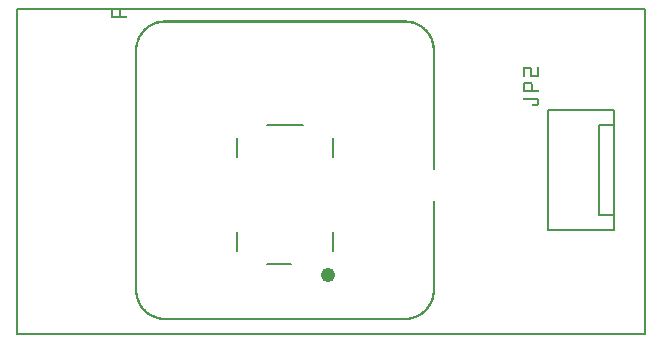
<source format=gto>
G04 MADE WITH FRITZING*
G04 WWW.FRITZING.ORG*
G04 DOUBLE SIDED*
G04 HOLES PLATED*
G04 CONTOUR ON CENTER OF CONTOUR VECTOR*
%ASAXBY*%
%FSLAX23Y23*%
%MOIN*%
%OFA0B0*%
%SFA1.0B1.0*%
%ADD10C,0.047622X-0.000378*%
%ADD11R,2.100290X1.089860X2.084290X1.073860*%
%ADD12C,0.008000*%
%ADD13C,0.005000*%
%ADD14R,0.001000X0.001000*%
%LNSILK1*%
G90*
G70*
G54D10*
X1040Y200D03*
G54D12*
X4Y1086D02*
X2096Y1086D01*
X2096Y4D01*
X4Y4D01*
X4Y1086D01*
D02*
G54D13*
X1059Y279D02*
X1059Y342D01*
D02*
X737Y279D02*
X737Y342D01*
D02*
X918Y235D02*
X839Y235D01*
D02*
X839Y700D02*
X957Y700D01*
D02*
X737Y594D02*
X737Y657D01*
D02*
X1059Y594D02*
X1059Y657D01*
D02*
X1773Y348D02*
X1993Y348D01*
D02*
X1773Y748D02*
X1993Y748D01*
D02*
X1773Y748D02*
X1773Y348D01*
D02*
X1993Y748D02*
X1993Y698D01*
D02*
X1993Y698D02*
X1993Y398D01*
D02*
X1993Y398D02*
X1993Y348D01*
D02*
X1993Y398D02*
X1943Y398D01*
D02*
X1943Y398D02*
X1943Y698D01*
D02*
X1943Y698D02*
X1993Y698D01*
G54D14*
X325Y1090D02*
X344Y1090D01*
X323Y1089D02*
X346Y1089D01*
X322Y1088D02*
X347Y1088D01*
X321Y1087D02*
X348Y1087D01*
X320Y1086D02*
X349Y1086D01*
X319Y1085D02*
X349Y1085D01*
X319Y1084D02*
X350Y1084D01*
X319Y1083D02*
X326Y1083D01*
X343Y1083D02*
X350Y1083D01*
X318Y1082D02*
X325Y1082D01*
X344Y1082D02*
X350Y1082D01*
X318Y1081D02*
X324Y1081D01*
X344Y1081D02*
X351Y1081D01*
X318Y1080D02*
X324Y1080D01*
X345Y1080D02*
X351Y1080D01*
X318Y1079D02*
X324Y1079D01*
X345Y1079D02*
X351Y1079D01*
X318Y1078D02*
X324Y1078D01*
X345Y1078D02*
X351Y1078D01*
X318Y1077D02*
X324Y1077D01*
X345Y1077D02*
X351Y1077D01*
X318Y1076D02*
X324Y1076D01*
X345Y1076D02*
X351Y1076D01*
X318Y1075D02*
X324Y1075D01*
X345Y1075D02*
X351Y1075D01*
X318Y1074D02*
X324Y1074D01*
X345Y1074D02*
X351Y1074D01*
X318Y1073D02*
X324Y1073D01*
X345Y1073D02*
X351Y1073D01*
X318Y1072D02*
X324Y1072D01*
X345Y1072D02*
X351Y1072D01*
X318Y1071D02*
X324Y1071D01*
X345Y1071D02*
X351Y1071D01*
X318Y1070D02*
X324Y1070D01*
X345Y1070D02*
X351Y1070D01*
X318Y1069D02*
X324Y1069D01*
X345Y1069D02*
X351Y1069D01*
X318Y1068D02*
X324Y1068D01*
X345Y1068D02*
X351Y1068D01*
X318Y1067D02*
X324Y1067D01*
X345Y1067D02*
X351Y1067D01*
X318Y1066D02*
X324Y1066D01*
X345Y1066D02*
X351Y1066D01*
X318Y1065D02*
X324Y1065D01*
X345Y1065D02*
X351Y1065D01*
X318Y1064D02*
X324Y1064D01*
X345Y1064D02*
X351Y1064D01*
X318Y1063D02*
X368Y1063D01*
X318Y1062D02*
X370Y1062D01*
X318Y1061D02*
X371Y1061D01*
X318Y1060D02*
X371Y1060D01*
X318Y1059D02*
X371Y1059D01*
X318Y1058D02*
X371Y1058D01*
X318Y1057D02*
X370Y1057D01*
X491Y1048D02*
X1304Y1048D01*
X482Y1047D02*
X1312Y1047D01*
X477Y1046D02*
X1318Y1046D01*
X473Y1045D02*
X1322Y1045D01*
X469Y1044D02*
X1326Y1044D01*
X466Y1043D02*
X1329Y1043D01*
X463Y1042D02*
X1331Y1042D01*
X461Y1041D02*
X1334Y1041D01*
X458Y1040D02*
X490Y1040D01*
X1305Y1040D02*
X1336Y1040D01*
X456Y1039D02*
X481Y1039D01*
X1313Y1039D02*
X1339Y1039D01*
X454Y1038D02*
X476Y1038D01*
X1319Y1038D02*
X1341Y1038D01*
X452Y1037D02*
X472Y1037D01*
X1323Y1037D02*
X1343Y1037D01*
X450Y1036D02*
X469Y1036D01*
X1326Y1036D02*
X1345Y1036D01*
X448Y1035D02*
X466Y1035D01*
X1329Y1035D02*
X1347Y1035D01*
X447Y1034D02*
X463Y1034D01*
X1332Y1034D02*
X1348Y1034D01*
X445Y1033D02*
X461Y1033D01*
X1334Y1033D02*
X1350Y1033D01*
X443Y1032D02*
X459Y1032D01*
X1336Y1032D02*
X1352Y1032D01*
X442Y1031D02*
X457Y1031D01*
X1338Y1031D02*
X1353Y1031D01*
X440Y1030D02*
X454Y1030D01*
X1340Y1030D02*
X1354Y1030D01*
X439Y1029D02*
X453Y1029D01*
X1342Y1029D02*
X1356Y1029D01*
X438Y1028D02*
X451Y1028D01*
X1344Y1028D02*
X1357Y1028D01*
X436Y1027D02*
X449Y1027D01*
X1345Y1027D02*
X1358Y1027D01*
X435Y1026D02*
X448Y1026D01*
X1347Y1026D02*
X1360Y1026D01*
X434Y1025D02*
X446Y1025D01*
X1349Y1025D02*
X1361Y1025D01*
X433Y1024D02*
X445Y1024D01*
X1350Y1024D02*
X1362Y1024D01*
X431Y1023D02*
X443Y1023D01*
X1351Y1023D02*
X1363Y1023D01*
X430Y1022D02*
X442Y1022D01*
X1353Y1022D02*
X1364Y1022D01*
X429Y1021D02*
X441Y1021D01*
X1354Y1021D02*
X1365Y1021D01*
X428Y1020D02*
X439Y1020D01*
X1356Y1020D02*
X1367Y1020D01*
X427Y1019D02*
X438Y1019D01*
X1357Y1019D02*
X1368Y1019D01*
X426Y1018D02*
X437Y1018D01*
X1358Y1018D02*
X1369Y1018D01*
X425Y1017D02*
X436Y1017D01*
X1359Y1017D02*
X1370Y1017D01*
X424Y1016D02*
X435Y1016D01*
X1360Y1016D02*
X1370Y1016D01*
X423Y1015D02*
X434Y1015D01*
X1361Y1015D02*
X1371Y1015D01*
X423Y1014D02*
X433Y1014D01*
X1362Y1014D02*
X1372Y1014D01*
X422Y1013D02*
X432Y1013D01*
X1363Y1013D02*
X1373Y1013D01*
X421Y1012D02*
X431Y1012D01*
X1364Y1012D02*
X1374Y1012D01*
X420Y1011D02*
X430Y1011D01*
X1365Y1011D02*
X1375Y1011D01*
X419Y1010D02*
X429Y1010D01*
X1366Y1010D02*
X1376Y1010D01*
X418Y1009D02*
X428Y1009D01*
X1367Y1009D02*
X1376Y1009D01*
X418Y1008D02*
X427Y1008D01*
X1368Y1008D02*
X1377Y1008D01*
X417Y1007D02*
X426Y1007D01*
X1369Y1007D02*
X1378Y1007D01*
X416Y1006D02*
X425Y1006D01*
X1370Y1006D02*
X1378Y1006D01*
X416Y1005D02*
X424Y1005D01*
X1370Y1005D02*
X1379Y1005D01*
X415Y1004D02*
X424Y1004D01*
X1371Y1004D02*
X1380Y1004D01*
X414Y1003D02*
X423Y1003D01*
X1372Y1003D02*
X1381Y1003D01*
X414Y1002D02*
X422Y1002D01*
X1372Y1002D02*
X1381Y1002D01*
X413Y1001D02*
X422Y1001D01*
X1373Y1001D02*
X1382Y1001D01*
X412Y1000D02*
X421Y1000D01*
X1374Y1000D02*
X1382Y1000D01*
X412Y999D02*
X420Y999D01*
X1375Y999D02*
X1383Y999D01*
X411Y998D02*
X419Y998D01*
X1375Y998D02*
X1384Y998D01*
X411Y997D02*
X419Y997D01*
X1376Y997D02*
X1384Y997D01*
X410Y996D02*
X418Y996D01*
X1376Y996D02*
X1385Y996D01*
X410Y995D02*
X418Y995D01*
X1377Y995D02*
X1385Y995D01*
X409Y994D02*
X417Y994D01*
X1378Y994D02*
X1386Y994D01*
X409Y993D02*
X417Y993D01*
X1378Y993D02*
X1386Y993D01*
X408Y992D02*
X416Y992D01*
X1379Y992D02*
X1387Y992D01*
X408Y991D02*
X415Y991D01*
X1379Y991D02*
X1387Y991D01*
X407Y990D02*
X415Y990D01*
X1380Y990D02*
X1388Y990D01*
X407Y989D02*
X414Y989D01*
X1380Y989D02*
X1388Y989D01*
X406Y988D02*
X414Y988D01*
X1381Y988D02*
X1389Y988D01*
X406Y987D02*
X413Y987D01*
X1381Y987D02*
X1389Y987D01*
X405Y986D02*
X413Y986D01*
X1382Y986D02*
X1389Y986D01*
X405Y985D02*
X413Y985D01*
X1382Y985D02*
X1390Y985D01*
X405Y984D02*
X412Y984D01*
X1383Y984D02*
X1390Y984D01*
X404Y983D02*
X412Y983D01*
X1383Y983D02*
X1391Y983D01*
X404Y982D02*
X411Y982D01*
X1384Y982D02*
X1391Y982D01*
X403Y981D02*
X411Y981D01*
X1384Y981D02*
X1391Y981D01*
X403Y980D02*
X410Y980D01*
X1384Y980D02*
X1392Y980D01*
X403Y979D02*
X410Y979D01*
X1385Y979D02*
X1392Y979D01*
X403Y978D02*
X410Y978D01*
X1385Y978D02*
X1392Y978D01*
X402Y977D02*
X409Y977D01*
X1385Y977D02*
X1393Y977D01*
X402Y976D02*
X409Y976D01*
X1386Y976D02*
X1393Y976D01*
X402Y975D02*
X409Y975D01*
X1386Y975D02*
X1393Y975D01*
X401Y974D02*
X408Y974D01*
X1386Y974D02*
X1393Y974D01*
X401Y973D02*
X408Y973D01*
X1387Y973D02*
X1394Y973D01*
X401Y972D02*
X408Y972D01*
X1387Y972D02*
X1394Y972D01*
X401Y971D02*
X408Y971D01*
X1387Y971D02*
X1394Y971D01*
X400Y970D02*
X407Y970D01*
X1387Y970D02*
X1394Y970D01*
X400Y969D02*
X407Y969D01*
X1388Y969D02*
X1395Y969D01*
X400Y968D02*
X407Y968D01*
X1388Y968D02*
X1395Y968D01*
X400Y967D02*
X407Y967D01*
X1388Y967D02*
X1395Y967D01*
X400Y966D02*
X407Y966D01*
X1388Y966D02*
X1395Y966D01*
X399Y965D02*
X406Y965D01*
X1388Y965D02*
X1395Y965D01*
X399Y964D02*
X406Y964D01*
X1389Y964D02*
X1396Y964D01*
X399Y963D02*
X406Y963D01*
X1389Y963D02*
X1396Y963D01*
X399Y962D02*
X406Y962D01*
X1389Y962D02*
X1396Y962D01*
X399Y961D02*
X406Y961D01*
X1389Y961D02*
X1396Y961D01*
X399Y960D02*
X406Y960D01*
X1389Y960D02*
X1396Y960D01*
X399Y959D02*
X405Y959D01*
X1389Y959D02*
X1396Y959D01*
X398Y958D02*
X405Y958D01*
X1389Y958D02*
X1396Y958D01*
X398Y957D02*
X405Y957D01*
X1389Y957D02*
X1396Y957D01*
X398Y956D02*
X405Y956D01*
X1390Y956D02*
X1397Y956D01*
X398Y955D02*
X405Y955D01*
X1390Y955D02*
X1397Y955D01*
X398Y954D02*
X405Y954D01*
X1390Y954D02*
X1397Y954D01*
X398Y953D02*
X405Y953D01*
X1390Y953D02*
X1397Y953D01*
X398Y952D02*
X405Y952D01*
X1390Y952D02*
X1397Y952D01*
X398Y951D02*
X405Y951D01*
X1390Y951D02*
X1397Y951D01*
X398Y950D02*
X405Y950D01*
X1390Y950D02*
X1397Y950D01*
X398Y949D02*
X405Y949D01*
X1390Y949D02*
X1397Y949D01*
X398Y948D02*
X405Y948D01*
X1390Y948D02*
X1397Y948D01*
X398Y947D02*
X405Y947D01*
X1390Y947D02*
X1397Y947D01*
X398Y946D02*
X405Y946D01*
X1390Y946D02*
X1397Y946D01*
X398Y945D02*
X405Y945D01*
X1390Y945D02*
X1397Y945D01*
X398Y944D02*
X405Y944D01*
X1390Y944D02*
X1397Y944D01*
X398Y943D02*
X405Y943D01*
X1390Y943D02*
X1397Y943D01*
X398Y942D02*
X405Y942D01*
X1390Y942D02*
X1397Y942D01*
X398Y941D02*
X405Y941D01*
X1390Y941D02*
X1397Y941D01*
X398Y940D02*
X405Y940D01*
X1390Y940D02*
X1397Y940D01*
X398Y939D02*
X405Y939D01*
X1390Y939D02*
X1397Y939D01*
X398Y938D02*
X405Y938D01*
X1390Y938D02*
X1397Y938D01*
X398Y937D02*
X405Y937D01*
X1390Y937D02*
X1397Y937D01*
X398Y936D02*
X405Y936D01*
X1390Y936D02*
X1397Y936D01*
X398Y935D02*
X405Y935D01*
X1390Y935D02*
X1397Y935D01*
X398Y934D02*
X405Y934D01*
X1390Y934D02*
X1397Y934D01*
X398Y933D02*
X405Y933D01*
X1390Y933D02*
X1397Y933D01*
X398Y932D02*
X405Y932D01*
X1390Y932D02*
X1397Y932D01*
X398Y931D02*
X405Y931D01*
X1390Y931D02*
X1397Y931D01*
X398Y930D02*
X405Y930D01*
X1390Y930D02*
X1397Y930D01*
X398Y929D02*
X405Y929D01*
X1390Y929D02*
X1397Y929D01*
X398Y928D02*
X405Y928D01*
X1390Y928D02*
X1397Y928D01*
X398Y927D02*
X405Y927D01*
X1390Y927D02*
X1397Y927D01*
X398Y926D02*
X405Y926D01*
X1390Y926D02*
X1397Y926D01*
X398Y925D02*
X405Y925D01*
X1390Y925D02*
X1397Y925D01*
X398Y924D02*
X405Y924D01*
X1390Y924D02*
X1397Y924D01*
X398Y923D02*
X405Y923D01*
X1390Y923D02*
X1397Y923D01*
X398Y922D02*
X405Y922D01*
X1390Y922D02*
X1397Y922D01*
X398Y921D02*
X405Y921D01*
X1390Y921D02*
X1397Y921D01*
X398Y920D02*
X405Y920D01*
X1390Y920D02*
X1397Y920D01*
X398Y919D02*
X405Y919D01*
X1390Y919D02*
X1397Y919D01*
X398Y918D02*
X405Y918D01*
X1390Y918D02*
X1397Y918D01*
X398Y917D02*
X405Y917D01*
X1390Y917D02*
X1397Y917D01*
X398Y916D02*
X405Y916D01*
X1390Y916D02*
X1397Y916D01*
X398Y915D02*
X405Y915D01*
X1390Y915D02*
X1397Y915D01*
X398Y914D02*
X405Y914D01*
X1390Y914D02*
X1397Y914D01*
X398Y913D02*
X405Y913D01*
X1390Y913D02*
X1397Y913D01*
X398Y912D02*
X405Y912D01*
X1390Y912D02*
X1397Y912D01*
X398Y911D02*
X405Y911D01*
X1390Y911D02*
X1397Y911D01*
X398Y910D02*
X405Y910D01*
X1390Y910D02*
X1397Y910D01*
X398Y909D02*
X405Y909D01*
X1390Y909D02*
X1397Y909D01*
X398Y908D02*
X405Y908D01*
X1390Y908D02*
X1397Y908D01*
X398Y907D02*
X405Y907D01*
X1390Y907D02*
X1397Y907D01*
X398Y906D02*
X405Y906D01*
X1390Y906D02*
X1397Y906D01*
X398Y905D02*
X405Y905D01*
X1390Y905D02*
X1397Y905D01*
X398Y904D02*
X405Y904D01*
X1390Y904D02*
X1397Y904D01*
X398Y903D02*
X405Y903D01*
X1390Y903D02*
X1397Y903D01*
X398Y902D02*
X405Y902D01*
X1390Y902D02*
X1397Y902D01*
X398Y901D02*
X405Y901D01*
X1390Y901D02*
X1397Y901D01*
X398Y900D02*
X405Y900D01*
X1390Y900D02*
X1397Y900D01*
X398Y899D02*
X405Y899D01*
X1390Y899D02*
X1397Y899D01*
X398Y898D02*
X405Y898D01*
X1390Y898D02*
X1397Y898D01*
X398Y897D02*
X405Y897D01*
X1390Y897D02*
X1397Y897D01*
X398Y896D02*
X405Y896D01*
X1390Y896D02*
X1397Y896D01*
X398Y895D02*
X405Y895D01*
X1390Y895D02*
X1397Y895D01*
X398Y894D02*
X405Y894D01*
X1390Y894D02*
X1397Y894D01*
X398Y893D02*
X405Y893D01*
X1390Y893D02*
X1397Y893D01*
X1696Y893D02*
X1715Y893D01*
X1740Y893D02*
X1741Y893D01*
X398Y892D02*
X405Y892D01*
X1390Y892D02*
X1397Y892D01*
X1693Y892D02*
X1717Y892D01*
X1738Y892D02*
X1743Y892D01*
X398Y891D02*
X405Y891D01*
X1390Y891D02*
X1397Y891D01*
X1692Y891D02*
X1718Y891D01*
X1738Y891D02*
X1743Y891D01*
X398Y890D02*
X405Y890D01*
X1390Y890D02*
X1397Y890D01*
X1692Y890D02*
X1719Y890D01*
X1738Y890D02*
X1744Y890D01*
X398Y889D02*
X405Y889D01*
X1390Y889D02*
X1397Y889D01*
X1691Y889D02*
X1719Y889D01*
X1738Y889D02*
X1744Y889D01*
X398Y888D02*
X405Y888D01*
X1390Y888D02*
X1397Y888D01*
X1691Y888D02*
X1720Y888D01*
X1738Y888D02*
X1744Y888D01*
X398Y887D02*
X405Y887D01*
X1390Y887D02*
X1397Y887D01*
X1690Y887D02*
X1720Y887D01*
X1738Y887D02*
X1744Y887D01*
X398Y886D02*
X405Y886D01*
X1390Y886D02*
X1397Y886D01*
X1690Y886D02*
X1697Y886D01*
X1714Y886D02*
X1720Y886D01*
X1738Y886D02*
X1744Y886D01*
X398Y885D02*
X405Y885D01*
X1390Y885D02*
X1397Y885D01*
X1690Y885D02*
X1696Y885D01*
X1714Y885D02*
X1720Y885D01*
X1738Y885D02*
X1744Y885D01*
X398Y884D02*
X405Y884D01*
X1390Y884D02*
X1397Y884D01*
X1690Y884D02*
X1696Y884D01*
X1714Y884D02*
X1720Y884D01*
X1738Y884D02*
X1744Y884D01*
X398Y883D02*
X405Y883D01*
X1390Y883D02*
X1397Y883D01*
X1690Y883D02*
X1696Y883D01*
X1714Y883D02*
X1720Y883D01*
X1738Y883D02*
X1744Y883D01*
X398Y882D02*
X405Y882D01*
X1390Y882D02*
X1397Y882D01*
X1690Y882D02*
X1696Y882D01*
X1714Y882D02*
X1720Y882D01*
X1738Y882D02*
X1744Y882D01*
X398Y881D02*
X405Y881D01*
X1390Y881D02*
X1397Y881D01*
X1690Y881D02*
X1696Y881D01*
X1714Y881D02*
X1720Y881D01*
X1738Y881D02*
X1744Y881D01*
X398Y880D02*
X405Y880D01*
X1390Y880D02*
X1397Y880D01*
X1690Y880D02*
X1696Y880D01*
X1714Y880D02*
X1720Y880D01*
X1738Y880D02*
X1744Y880D01*
X398Y879D02*
X405Y879D01*
X1390Y879D02*
X1397Y879D01*
X1690Y879D02*
X1696Y879D01*
X1714Y879D02*
X1720Y879D01*
X1738Y879D02*
X1744Y879D01*
X398Y878D02*
X405Y878D01*
X1390Y878D02*
X1397Y878D01*
X1690Y878D02*
X1696Y878D01*
X1714Y878D02*
X1720Y878D01*
X1738Y878D02*
X1744Y878D01*
X398Y877D02*
X405Y877D01*
X1390Y877D02*
X1397Y877D01*
X1690Y877D02*
X1696Y877D01*
X1714Y877D02*
X1720Y877D01*
X1738Y877D02*
X1744Y877D01*
X398Y876D02*
X405Y876D01*
X1390Y876D02*
X1397Y876D01*
X1690Y876D02*
X1696Y876D01*
X1714Y876D02*
X1720Y876D01*
X1738Y876D02*
X1744Y876D01*
X398Y875D02*
X405Y875D01*
X1390Y875D02*
X1397Y875D01*
X1690Y875D02*
X1696Y875D01*
X1714Y875D02*
X1720Y875D01*
X1738Y875D02*
X1744Y875D01*
X398Y874D02*
X405Y874D01*
X1390Y874D02*
X1397Y874D01*
X1690Y874D02*
X1696Y874D01*
X1714Y874D02*
X1720Y874D01*
X1738Y874D02*
X1744Y874D01*
X398Y873D02*
X405Y873D01*
X1390Y873D02*
X1397Y873D01*
X1690Y873D02*
X1696Y873D01*
X1714Y873D02*
X1720Y873D01*
X1738Y873D02*
X1744Y873D01*
X398Y872D02*
X405Y872D01*
X1390Y872D02*
X1397Y872D01*
X1690Y872D02*
X1696Y872D01*
X1714Y872D02*
X1720Y872D01*
X1738Y872D02*
X1744Y872D01*
X398Y871D02*
X405Y871D01*
X1390Y871D02*
X1397Y871D01*
X1690Y871D02*
X1696Y871D01*
X1714Y871D02*
X1720Y871D01*
X1738Y871D02*
X1744Y871D01*
X398Y870D02*
X405Y870D01*
X1390Y870D02*
X1397Y870D01*
X1690Y870D02*
X1696Y870D01*
X1714Y870D02*
X1720Y870D01*
X1738Y870D02*
X1744Y870D01*
X398Y869D02*
X405Y869D01*
X1390Y869D02*
X1397Y869D01*
X1690Y869D02*
X1696Y869D01*
X1714Y869D02*
X1720Y869D01*
X1738Y869D02*
X1744Y869D01*
X398Y868D02*
X405Y868D01*
X1390Y868D02*
X1397Y868D01*
X1690Y868D02*
X1696Y868D01*
X1714Y868D02*
X1720Y868D01*
X1738Y868D02*
X1744Y868D01*
X398Y867D02*
X405Y867D01*
X1390Y867D02*
X1397Y867D01*
X1690Y867D02*
X1696Y867D01*
X1714Y867D02*
X1720Y867D01*
X1738Y867D02*
X1744Y867D01*
X398Y866D02*
X405Y866D01*
X1390Y866D02*
X1397Y866D01*
X1690Y866D02*
X1696Y866D01*
X1714Y866D02*
X1720Y866D01*
X1737Y866D02*
X1744Y866D01*
X398Y865D02*
X405Y865D01*
X1390Y865D02*
X1397Y865D01*
X1690Y865D02*
X1696Y865D01*
X1714Y865D02*
X1744Y865D01*
X398Y864D02*
X405Y864D01*
X1390Y864D02*
X1397Y864D01*
X1690Y864D02*
X1696Y864D01*
X1714Y864D02*
X1744Y864D01*
X398Y863D02*
X405Y863D01*
X1390Y863D02*
X1397Y863D01*
X1690Y863D02*
X1696Y863D01*
X1715Y863D02*
X1744Y863D01*
X398Y862D02*
X405Y862D01*
X1390Y862D02*
X1397Y862D01*
X1690Y862D02*
X1696Y862D01*
X1715Y862D02*
X1744Y862D01*
X398Y861D02*
X405Y861D01*
X1390Y861D02*
X1397Y861D01*
X1691Y861D02*
X1696Y861D01*
X1716Y861D02*
X1744Y861D01*
X398Y860D02*
X405Y860D01*
X1390Y860D02*
X1397Y860D01*
X1691Y860D02*
X1696Y860D01*
X1717Y860D02*
X1744Y860D01*
X398Y859D02*
X405Y859D01*
X1390Y859D02*
X1397Y859D01*
X1693Y859D02*
X1694Y859D01*
X1719Y859D02*
X1743Y859D01*
X398Y858D02*
X405Y858D01*
X1390Y858D02*
X1397Y858D01*
X398Y857D02*
X405Y857D01*
X1390Y857D02*
X1397Y857D01*
X398Y856D02*
X405Y856D01*
X1390Y856D02*
X1397Y856D01*
X398Y855D02*
X405Y855D01*
X1390Y855D02*
X1397Y855D01*
X398Y854D02*
X405Y854D01*
X1390Y854D02*
X1397Y854D01*
X398Y853D02*
X405Y853D01*
X1390Y853D02*
X1397Y853D01*
X398Y852D02*
X405Y852D01*
X1390Y852D02*
X1397Y852D01*
X398Y851D02*
X405Y851D01*
X1390Y851D02*
X1397Y851D01*
X398Y850D02*
X405Y850D01*
X1390Y850D02*
X1397Y850D01*
X398Y849D02*
X405Y849D01*
X1390Y849D02*
X1397Y849D01*
X398Y848D02*
X405Y848D01*
X1390Y848D02*
X1397Y848D01*
X398Y847D02*
X405Y847D01*
X1390Y847D02*
X1397Y847D01*
X398Y846D02*
X405Y846D01*
X1390Y846D02*
X1397Y846D01*
X398Y845D02*
X405Y845D01*
X1390Y845D02*
X1397Y845D01*
X398Y844D02*
X405Y844D01*
X1390Y844D02*
X1397Y844D01*
X398Y843D02*
X405Y843D01*
X1390Y843D02*
X1397Y843D01*
X1698Y843D02*
X1715Y843D01*
X398Y842D02*
X405Y842D01*
X1390Y842D02*
X1397Y842D01*
X1696Y842D02*
X1717Y842D01*
X398Y841D02*
X405Y841D01*
X1390Y841D02*
X1397Y841D01*
X1694Y841D02*
X1719Y841D01*
X398Y840D02*
X405Y840D01*
X1390Y840D02*
X1397Y840D01*
X1693Y840D02*
X1720Y840D01*
X398Y839D02*
X405Y839D01*
X1390Y839D02*
X1397Y839D01*
X1693Y839D02*
X1721Y839D01*
X398Y838D02*
X405Y838D01*
X1390Y838D02*
X1397Y838D01*
X1692Y838D02*
X1721Y838D01*
X398Y837D02*
X405Y837D01*
X1390Y837D02*
X1397Y837D01*
X1691Y837D02*
X1722Y837D01*
X398Y836D02*
X405Y836D01*
X1390Y836D02*
X1397Y836D01*
X1691Y836D02*
X1699Y836D01*
X1715Y836D02*
X1722Y836D01*
X398Y835D02*
X405Y835D01*
X1390Y835D02*
X1397Y835D01*
X1691Y835D02*
X1697Y835D01*
X1716Y835D02*
X1723Y835D01*
X398Y834D02*
X405Y834D01*
X1390Y834D02*
X1397Y834D01*
X1691Y834D02*
X1697Y834D01*
X1717Y834D02*
X1723Y834D01*
X398Y833D02*
X405Y833D01*
X1390Y833D02*
X1397Y833D01*
X1690Y833D02*
X1696Y833D01*
X1717Y833D02*
X1723Y833D01*
X398Y832D02*
X405Y832D01*
X1390Y832D02*
X1397Y832D01*
X1690Y832D02*
X1696Y832D01*
X1717Y832D02*
X1723Y832D01*
X398Y831D02*
X405Y831D01*
X1390Y831D02*
X1397Y831D01*
X1690Y831D02*
X1696Y831D01*
X1717Y831D02*
X1723Y831D01*
X398Y830D02*
X405Y830D01*
X1390Y830D02*
X1397Y830D01*
X1690Y830D02*
X1696Y830D01*
X1717Y830D02*
X1723Y830D01*
X398Y829D02*
X405Y829D01*
X1390Y829D02*
X1397Y829D01*
X1690Y829D02*
X1696Y829D01*
X1717Y829D02*
X1723Y829D01*
X398Y828D02*
X405Y828D01*
X1390Y828D02*
X1397Y828D01*
X1690Y828D02*
X1696Y828D01*
X1717Y828D02*
X1723Y828D01*
X398Y827D02*
X405Y827D01*
X1390Y827D02*
X1397Y827D01*
X1690Y827D02*
X1696Y827D01*
X1717Y827D02*
X1723Y827D01*
X398Y826D02*
X405Y826D01*
X1390Y826D02*
X1397Y826D01*
X1690Y826D02*
X1696Y826D01*
X1717Y826D02*
X1723Y826D01*
X398Y825D02*
X405Y825D01*
X1390Y825D02*
X1397Y825D01*
X1690Y825D02*
X1696Y825D01*
X1717Y825D02*
X1723Y825D01*
X398Y824D02*
X405Y824D01*
X1390Y824D02*
X1397Y824D01*
X1690Y824D02*
X1696Y824D01*
X1717Y824D02*
X1723Y824D01*
X398Y823D02*
X405Y823D01*
X1390Y823D02*
X1397Y823D01*
X1690Y823D02*
X1696Y823D01*
X1717Y823D02*
X1723Y823D01*
X398Y822D02*
X405Y822D01*
X1390Y822D02*
X1397Y822D01*
X1690Y822D02*
X1696Y822D01*
X1717Y822D02*
X1723Y822D01*
X398Y821D02*
X405Y821D01*
X1390Y821D02*
X1397Y821D01*
X1690Y821D02*
X1696Y821D01*
X1717Y821D02*
X1723Y821D01*
X398Y820D02*
X405Y820D01*
X1390Y820D02*
X1397Y820D01*
X1690Y820D02*
X1696Y820D01*
X1717Y820D02*
X1723Y820D01*
X398Y819D02*
X405Y819D01*
X1390Y819D02*
X1397Y819D01*
X1690Y819D02*
X1696Y819D01*
X1717Y819D02*
X1723Y819D01*
X398Y818D02*
X405Y818D01*
X1390Y818D02*
X1397Y818D01*
X1690Y818D02*
X1696Y818D01*
X1717Y818D02*
X1723Y818D01*
X398Y817D02*
X405Y817D01*
X1390Y817D02*
X1397Y817D01*
X1690Y817D02*
X1696Y817D01*
X1717Y817D02*
X1723Y817D01*
X398Y816D02*
X405Y816D01*
X1390Y816D02*
X1397Y816D01*
X1690Y816D02*
X1697Y816D01*
X1717Y816D02*
X1723Y816D01*
X398Y815D02*
X405Y815D01*
X1390Y815D02*
X1397Y815D01*
X1690Y815D02*
X1742Y815D01*
X398Y814D02*
X405Y814D01*
X1390Y814D02*
X1397Y814D01*
X1690Y814D02*
X1743Y814D01*
X398Y813D02*
X405Y813D01*
X1390Y813D02*
X1397Y813D01*
X1690Y813D02*
X1743Y813D01*
X398Y812D02*
X405Y812D01*
X1390Y812D02*
X1397Y812D01*
X1690Y812D02*
X1744Y812D01*
X398Y811D02*
X405Y811D01*
X1390Y811D02*
X1397Y811D01*
X1690Y811D02*
X1743Y811D01*
X398Y810D02*
X405Y810D01*
X1390Y810D02*
X1397Y810D01*
X1690Y810D02*
X1743Y810D01*
X398Y809D02*
X405Y809D01*
X1390Y809D02*
X1397Y809D01*
X1691Y809D02*
X1741Y809D01*
X398Y808D02*
X405Y808D01*
X1390Y808D02*
X1397Y808D01*
X398Y807D02*
X405Y807D01*
X1390Y807D02*
X1397Y807D01*
X398Y806D02*
X405Y806D01*
X1390Y806D02*
X1397Y806D01*
X398Y805D02*
X405Y805D01*
X1390Y805D02*
X1397Y805D01*
X398Y804D02*
X405Y804D01*
X1390Y804D02*
X1397Y804D01*
X398Y803D02*
X405Y803D01*
X1390Y803D02*
X1397Y803D01*
X398Y802D02*
X405Y802D01*
X1390Y802D02*
X1397Y802D01*
X398Y801D02*
X405Y801D01*
X1390Y801D02*
X1397Y801D01*
X398Y800D02*
X405Y800D01*
X1390Y800D02*
X1397Y800D01*
X398Y799D02*
X405Y799D01*
X1390Y799D02*
X1397Y799D01*
X398Y798D02*
X405Y798D01*
X1390Y798D02*
X1397Y798D01*
X398Y797D02*
X405Y797D01*
X1390Y797D02*
X1397Y797D01*
X398Y796D02*
X405Y796D01*
X1390Y796D02*
X1397Y796D01*
X398Y795D02*
X405Y795D01*
X1390Y795D02*
X1397Y795D01*
X398Y794D02*
X405Y794D01*
X1390Y794D02*
X1397Y794D01*
X398Y793D02*
X405Y793D01*
X1390Y793D02*
X1397Y793D01*
X398Y792D02*
X405Y792D01*
X1390Y792D02*
X1397Y792D01*
X398Y791D02*
X405Y791D01*
X1390Y791D02*
X1397Y791D01*
X398Y790D02*
X405Y790D01*
X1390Y790D02*
X1397Y790D01*
X398Y789D02*
X405Y789D01*
X1390Y789D02*
X1397Y789D01*
X1692Y789D02*
X1737Y789D01*
X398Y788D02*
X405Y788D01*
X1390Y788D02*
X1397Y788D01*
X1691Y788D02*
X1739Y788D01*
X398Y787D02*
X405Y787D01*
X1390Y787D02*
X1397Y787D01*
X1691Y787D02*
X1740Y787D01*
X398Y786D02*
X405Y786D01*
X1390Y786D02*
X1397Y786D01*
X1690Y786D02*
X1741Y786D01*
X398Y785D02*
X405Y785D01*
X1390Y785D02*
X1397Y785D01*
X1691Y785D02*
X1742Y785D01*
X398Y784D02*
X405Y784D01*
X1390Y784D02*
X1397Y784D01*
X1691Y784D02*
X1742Y784D01*
X398Y783D02*
X405Y783D01*
X1390Y783D02*
X1397Y783D01*
X1693Y783D02*
X1743Y783D01*
X398Y782D02*
X405Y782D01*
X1390Y782D02*
X1397Y782D01*
X1736Y782D02*
X1743Y782D01*
X398Y781D02*
X405Y781D01*
X1390Y781D02*
X1397Y781D01*
X1737Y781D02*
X1743Y781D01*
X398Y780D02*
X405Y780D01*
X1390Y780D02*
X1397Y780D01*
X1737Y780D02*
X1744Y780D01*
X398Y779D02*
X405Y779D01*
X1390Y779D02*
X1397Y779D01*
X1738Y779D02*
X1744Y779D01*
X398Y778D02*
X405Y778D01*
X1390Y778D02*
X1397Y778D01*
X1738Y778D02*
X1744Y778D01*
X398Y777D02*
X405Y777D01*
X1390Y777D02*
X1397Y777D01*
X1738Y777D02*
X1744Y777D01*
X398Y776D02*
X405Y776D01*
X1390Y776D02*
X1397Y776D01*
X1738Y776D02*
X1744Y776D01*
X398Y775D02*
X405Y775D01*
X1390Y775D02*
X1397Y775D01*
X1738Y775D02*
X1744Y775D01*
X398Y774D02*
X405Y774D01*
X1390Y774D02*
X1397Y774D01*
X1738Y774D02*
X1744Y774D01*
X398Y773D02*
X405Y773D01*
X1390Y773D02*
X1397Y773D01*
X1738Y773D02*
X1744Y773D01*
X398Y772D02*
X405Y772D01*
X1390Y772D02*
X1397Y772D01*
X1737Y772D02*
X1744Y772D01*
X398Y771D02*
X405Y771D01*
X1390Y771D02*
X1397Y771D01*
X1737Y771D02*
X1743Y771D01*
X398Y770D02*
X405Y770D01*
X1390Y770D02*
X1397Y770D01*
X1736Y770D02*
X1743Y770D01*
X398Y769D02*
X405Y769D01*
X1390Y769D02*
X1397Y769D01*
X1722Y769D02*
X1743Y769D01*
X398Y768D02*
X405Y768D01*
X1390Y768D02*
X1397Y768D01*
X1721Y768D02*
X1742Y768D01*
X398Y767D02*
X405Y767D01*
X1390Y767D02*
X1397Y767D01*
X1720Y767D02*
X1742Y767D01*
X398Y766D02*
X405Y766D01*
X1390Y766D02*
X1397Y766D01*
X1720Y766D02*
X1741Y766D01*
X398Y765D02*
X405Y765D01*
X1390Y765D02*
X1397Y765D01*
X1720Y765D02*
X1740Y765D01*
X398Y764D02*
X405Y764D01*
X1390Y764D02*
X1397Y764D01*
X1720Y764D02*
X1739Y764D01*
X398Y763D02*
X405Y763D01*
X1390Y763D02*
X1397Y763D01*
X1721Y763D02*
X1737Y763D01*
X398Y762D02*
X405Y762D01*
X1390Y762D02*
X1397Y762D01*
X398Y761D02*
X405Y761D01*
X1390Y761D02*
X1397Y761D01*
X398Y760D02*
X405Y760D01*
X1390Y760D02*
X1397Y760D01*
X398Y759D02*
X405Y759D01*
X1390Y759D02*
X1397Y759D01*
X398Y758D02*
X405Y758D01*
X1390Y758D02*
X1397Y758D01*
X398Y757D02*
X405Y757D01*
X1390Y757D02*
X1397Y757D01*
X398Y756D02*
X405Y756D01*
X1390Y756D02*
X1397Y756D01*
X398Y755D02*
X405Y755D01*
X1390Y755D02*
X1397Y755D01*
X398Y754D02*
X405Y754D01*
X1390Y754D02*
X1397Y754D01*
X398Y753D02*
X405Y753D01*
X1390Y753D02*
X1397Y753D01*
X398Y752D02*
X405Y752D01*
X1390Y752D02*
X1397Y752D01*
X398Y751D02*
X405Y751D01*
X1390Y751D02*
X1397Y751D01*
X398Y750D02*
X405Y750D01*
X1390Y750D02*
X1397Y750D01*
X398Y749D02*
X405Y749D01*
X1390Y749D02*
X1397Y749D01*
X398Y748D02*
X405Y748D01*
X1390Y748D02*
X1397Y748D01*
X398Y747D02*
X405Y747D01*
X1390Y747D02*
X1397Y747D01*
X398Y746D02*
X405Y746D01*
X1390Y746D02*
X1397Y746D01*
X398Y745D02*
X405Y745D01*
X1390Y745D02*
X1397Y745D01*
X398Y744D02*
X405Y744D01*
X1390Y744D02*
X1397Y744D01*
X398Y743D02*
X405Y743D01*
X1390Y743D02*
X1397Y743D01*
X398Y742D02*
X405Y742D01*
X1390Y742D02*
X1397Y742D01*
X398Y741D02*
X405Y741D01*
X1390Y741D02*
X1397Y741D01*
X398Y740D02*
X405Y740D01*
X1390Y740D02*
X1397Y740D01*
X398Y739D02*
X405Y739D01*
X1390Y739D02*
X1397Y739D01*
X398Y738D02*
X405Y738D01*
X1390Y738D02*
X1397Y738D01*
X398Y737D02*
X405Y737D01*
X1390Y737D02*
X1397Y737D01*
X398Y736D02*
X405Y736D01*
X1390Y736D02*
X1397Y736D01*
X398Y735D02*
X405Y735D01*
X1390Y735D02*
X1397Y735D01*
X398Y734D02*
X405Y734D01*
X1390Y734D02*
X1397Y734D01*
X398Y733D02*
X405Y733D01*
X1390Y733D02*
X1397Y733D01*
X398Y732D02*
X405Y732D01*
X1390Y732D02*
X1397Y732D01*
X398Y731D02*
X405Y731D01*
X1390Y731D02*
X1397Y731D01*
X398Y730D02*
X405Y730D01*
X1390Y730D02*
X1397Y730D01*
X398Y729D02*
X405Y729D01*
X1390Y729D02*
X1397Y729D01*
X398Y728D02*
X405Y728D01*
X1390Y728D02*
X1397Y728D01*
X398Y727D02*
X405Y727D01*
X1390Y727D02*
X1397Y727D01*
X398Y726D02*
X405Y726D01*
X1390Y726D02*
X1397Y726D01*
X398Y725D02*
X405Y725D01*
X1390Y725D02*
X1397Y725D01*
X398Y724D02*
X405Y724D01*
X1390Y724D02*
X1397Y724D01*
X398Y723D02*
X405Y723D01*
X1390Y723D02*
X1397Y723D01*
X398Y722D02*
X405Y722D01*
X1390Y722D02*
X1397Y722D01*
X398Y721D02*
X405Y721D01*
X1390Y721D02*
X1397Y721D01*
X398Y720D02*
X405Y720D01*
X1390Y720D02*
X1397Y720D01*
X398Y719D02*
X405Y719D01*
X1390Y719D02*
X1397Y719D01*
X398Y718D02*
X405Y718D01*
X1390Y718D02*
X1397Y718D01*
X398Y717D02*
X405Y717D01*
X1390Y717D02*
X1397Y717D01*
X398Y716D02*
X405Y716D01*
X1390Y716D02*
X1397Y716D01*
X398Y715D02*
X405Y715D01*
X1390Y715D02*
X1397Y715D01*
X398Y714D02*
X405Y714D01*
X1390Y714D02*
X1397Y714D01*
X398Y713D02*
X405Y713D01*
X1390Y713D02*
X1397Y713D01*
X398Y712D02*
X405Y712D01*
X1390Y712D02*
X1397Y712D01*
X398Y711D02*
X405Y711D01*
X1390Y711D02*
X1397Y711D01*
X398Y710D02*
X405Y710D01*
X1390Y710D02*
X1397Y710D01*
X398Y709D02*
X405Y709D01*
X1390Y709D02*
X1397Y709D01*
X398Y708D02*
X405Y708D01*
X1390Y708D02*
X1397Y708D01*
X398Y707D02*
X405Y707D01*
X1390Y707D02*
X1397Y707D01*
X398Y706D02*
X405Y706D01*
X1390Y706D02*
X1397Y706D01*
X398Y705D02*
X405Y705D01*
X1390Y705D02*
X1397Y705D01*
X398Y704D02*
X405Y704D01*
X1390Y704D02*
X1397Y704D01*
X398Y703D02*
X405Y703D01*
X1390Y703D02*
X1397Y703D01*
X398Y702D02*
X405Y702D01*
X1390Y702D02*
X1397Y702D01*
X398Y701D02*
X405Y701D01*
X1390Y701D02*
X1397Y701D01*
X398Y700D02*
X405Y700D01*
X1390Y700D02*
X1397Y700D01*
X398Y699D02*
X405Y699D01*
X1390Y699D02*
X1397Y699D01*
X398Y698D02*
X405Y698D01*
X1390Y698D02*
X1397Y698D01*
X398Y697D02*
X405Y697D01*
X1390Y697D02*
X1397Y697D01*
X398Y696D02*
X405Y696D01*
X1390Y696D02*
X1397Y696D01*
X398Y695D02*
X405Y695D01*
X1390Y695D02*
X1397Y695D01*
X398Y694D02*
X405Y694D01*
X1390Y694D02*
X1397Y694D01*
X398Y693D02*
X405Y693D01*
X1390Y693D02*
X1397Y693D01*
X398Y692D02*
X405Y692D01*
X1390Y692D02*
X1397Y692D01*
X398Y691D02*
X405Y691D01*
X1390Y691D02*
X1397Y691D01*
X398Y690D02*
X405Y690D01*
X1390Y690D02*
X1397Y690D01*
X398Y689D02*
X405Y689D01*
X1390Y689D02*
X1397Y689D01*
X398Y688D02*
X405Y688D01*
X1390Y688D02*
X1397Y688D01*
X398Y687D02*
X405Y687D01*
X1390Y687D02*
X1397Y687D01*
X398Y686D02*
X405Y686D01*
X1390Y686D02*
X1397Y686D01*
X398Y685D02*
X405Y685D01*
X1390Y685D02*
X1397Y685D01*
X398Y684D02*
X405Y684D01*
X1390Y684D02*
X1397Y684D01*
X398Y683D02*
X405Y683D01*
X1390Y683D02*
X1397Y683D01*
X398Y682D02*
X405Y682D01*
X1390Y682D02*
X1397Y682D01*
X398Y681D02*
X405Y681D01*
X1390Y681D02*
X1397Y681D01*
X398Y680D02*
X405Y680D01*
X1390Y680D02*
X1397Y680D01*
X398Y679D02*
X405Y679D01*
X1390Y679D02*
X1397Y679D01*
X398Y678D02*
X405Y678D01*
X1390Y678D02*
X1397Y678D01*
X398Y677D02*
X405Y677D01*
X1390Y677D02*
X1397Y677D01*
X398Y676D02*
X405Y676D01*
X1390Y676D02*
X1397Y676D01*
X398Y675D02*
X405Y675D01*
X1390Y675D02*
X1397Y675D01*
X398Y674D02*
X405Y674D01*
X1390Y674D02*
X1397Y674D01*
X398Y673D02*
X405Y673D01*
X1390Y673D02*
X1397Y673D01*
X398Y672D02*
X405Y672D01*
X1390Y672D02*
X1397Y672D01*
X398Y671D02*
X405Y671D01*
X1390Y671D02*
X1397Y671D01*
X398Y670D02*
X405Y670D01*
X1390Y670D02*
X1397Y670D01*
X398Y669D02*
X405Y669D01*
X1390Y669D02*
X1397Y669D01*
X398Y668D02*
X405Y668D01*
X1390Y668D02*
X1397Y668D01*
X398Y667D02*
X405Y667D01*
X1390Y667D02*
X1397Y667D01*
X398Y666D02*
X405Y666D01*
X1390Y666D02*
X1397Y666D01*
X398Y665D02*
X405Y665D01*
X1390Y665D02*
X1397Y665D01*
X398Y664D02*
X405Y664D01*
X1390Y664D02*
X1397Y664D01*
X398Y663D02*
X405Y663D01*
X1390Y663D02*
X1397Y663D01*
X398Y662D02*
X405Y662D01*
X1390Y662D02*
X1397Y662D01*
X398Y661D02*
X405Y661D01*
X1390Y661D02*
X1397Y661D01*
X398Y660D02*
X405Y660D01*
X1390Y660D02*
X1397Y660D01*
X398Y659D02*
X405Y659D01*
X1390Y659D02*
X1397Y659D01*
X398Y658D02*
X405Y658D01*
X1390Y658D02*
X1397Y658D01*
X398Y657D02*
X405Y657D01*
X1390Y657D02*
X1397Y657D01*
X398Y656D02*
X405Y656D01*
X1390Y656D02*
X1397Y656D01*
X398Y655D02*
X405Y655D01*
X1390Y655D02*
X1397Y655D01*
X398Y654D02*
X405Y654D01*
X1390Y654D02*
X1397Y654D01*
X398Y653D02*
X405Y653D01*
X1390Y653D02*
X1397Y653D01*
X398Y652D02*
X405Y652D01*
X1390Y652D02*
X1397Y652D01*
X398Y651D02*
X405Y651D01*
X1390Y651D02*
X1397Y651D01*
X398Y650D02*
X405Y650D01*
X1390Y650D02*
X1397Y650D01*
X398Y649D02*
X405Y649D01*
X1390Y649D02*
X1397Y649D01*
X398Y648D02*
X405Y648D01*
X1390Y648D02*
X1397Y648D01*
X398Y647D02*
X405Y647D01*
X1390Y647D02*
X1397Y647D01*
X398Y646D02*
X405Y646D01*
X1390Y646D02*
X1397Y646D01*
X398Y645D02*
X405Y645D01*
X1390Y645D02*
X1397Y645D01*
X398Y644D02*
X405Y644D01*
X1390Y644D02*
X1397Y644D01*
X398Y643D02*
X405Y643D01*
X1390Y643D02*
X1397Y643D01*
X398Y642D02*
X405Y642D01*
X1390Y642D02*
X1397Y642D01*
X398Y641D02*
X405Y641D01*
X1390Y641D02*
X1397Y641D01*
X398Y640D02*
X405Y640D01*
X1390Y640D02*
X1397Y640D01*
X398Y639D02*
X405Y639D01*
X1390Y639D02*
X1397Y639D01*
X398Y638D02*
X405Y638D01*
X1390Y638D02*
X1397Y638D01*
X398Y637D02*
X405Y637D01*
X1390Y637D02*
X1397Y637D01*
X398Y636D02*
X405Y636D01*
X1390Y636D02*
X1397Y636D01*
X398Y635D02*
X405Y635D01*
X1390Y635D02*
X1397Y635D01*
X398Y634D02*
X405Y634D01*
X1390Y634D02*
X1397Y634D01*
X398Y633D02*
X405Y633D01*
X1390Y633D02*
X1397Y633D01*
X398Y632D02*
X405Y632D01*
X1390Y632D02*
X1397Y632D01*
X398Y631D02*
X405Y631D01*
X1390Y631D02*
X1397Y631D01*
X398Y630D02*
X405Y630D01*
X1390Y630D02*
X1397Y630D01*
X398Y629D02*
X405Y629D01*
X1390Y629D02*
X1397Y629D01*
X398Y628D02*
X405Y628D01*
X1390Y628D02*
X1397Y628D01*
X398Y627D02*
X405Y627D01*
X1390Y627D02*
X1397Y627D01*
X398Y626D02*
X405Y626D01*
X1390Y626D02*
X1397Y626D01*
X398Y625D02*
X405Y625D01*
X1390Y625D02*
X1397Y625D01*
X398Y624D02*
X405Y624D01*
X1390Y624D02*
X1397Y624D01*
X398Y623D02*
X405Y623D01*
X1390Y623D02*
X1397Y623D01*
X398Y622D02*
X405Y622D01*
X1390Y622D02*
X1397Y622D01*
X398Y621D02*
X405Y621D01*
X1390Y621D02*
X1397Y621D01*
X398Y620D02*
X405Y620D01*
X1390Y620D02*
X1397Y620D01*
X398Y619D02*
X405Y619D01*
X1390Y619D02*
X1397Y619D01*
X398Y618D02*
X405Y618D01*
X1390Y618D02*
X1397Y618D01*
X398Y617D02*
X405Y617D01*
X1390Y617D02*
X1397Y617D01*
X398Y616D02*
X405Y616D01*
X1390Y616D02*
X1397Y616D01*
X398Y615D02*
X405Y615D01*
X1390Y615D02*
X1397Y615D01*
X398Y614D02*
X405Y614D01*
X1390Y614D02*
X1397Y614D01*
X398Y613D02*
X405Y613D01*
X1390Y613D02*
X1397Y613D01*
X398Y612D02*
X405Y612D01*
X1390Y612D02*
X1397Y612D01*
X398Y611D02*
X405Y611D01*
X1390Y611D02*
X1397Y611D01*
X398Y610D02*
X405Y610D01*
X1390Y610D02*
X1397Y610D01*
X398Y609D02*
X405Y609D01*
X1390Y609D02*
X1397Y609D01*
X398Y608D02*
X405Y608D01*
X1390Y608D02*
X1397Y608D01*
X398Y607D02*
X405Y607D01*
X1390Y607D02*
X1397Y607D01*
X398Y606D02*
X405Y606D01*
X1390Y606D02*
X1397Y606D01*
X398Y605D02*
X405Y605D01*
X1390Y605D02*
X1397Y605D01*
X398Y604D02*
X405Y604D01*
X1390Y604D02*
X1397Y604D01*
X398Y603D02*
X405Y603D01*
X1390Y603D02*
X1397Y603D01*
X398Y602D02*
X405Y602D01*
X1390Y602D02*
X1397Y602D01*
X398Y601D02*
X405Y601D01*
X1390Y601D02*
X1397Y601D01*
X398Y600D02*
X405Y600D01*
X1390Y600D02*
X1397Y600D01*
X398Y599D02*
X405Y599D01*
X1390Y599D02*
X1397Y599D01*
X398Y598D02*
X405Y598D01*
X1390Y598D02*
X1397Y598D01*
X398Y597D02*
X405Y597D01*
X1390Y597D02*
X1397Y597D01*
X398Y596D02*
X405Y596D01*
X1390Y596D02*
X1397Y596D01*
X398Y595D02*
X405Y595D01*
X1390Y595D02*
X1397Y595D01*
X398Y594D02*
X405Y594D01*
X1390Y594D02*
X1397Y594D01*
X398Y593D02*
X405Y593D01*
X1390Y593D02*
X1397Y593D01*
X398Y592D02*
X405Y592D01*
X1390Y592D02*
X1397Y592D01*
X398Y591D02*
X405Y591D01*
X1390Y591D02*
X1397Y591D01*
X398Y590D02*
X405Y590D01*
X1390Y590D02*
X1397Y590D01*
X398Y589D02*
X405Y589D01*
X1390Y589D02*
X1397Y589D01*
X398Y588D02*
X405Y588D01*
X1390Y588D02*
X1397Y588D01*
X398Y587D02*
X405Y587D01*
X1390Y587D02*
X1397Y587D01*
X398Y586D02*
X405Y586D01*
X1390Y586D02*
X1397Y586D01*
X398Y585D02*
X405Y585D01*
X1390Y585D02*
X1397Y585D01*
X398Y584D02*
X405Y584D01*
X1390Y584D02*
X1397Y584D01*
X398Y583D02*
X405Y583D01*
X1390Y583D02*
X1397Y583D01*
X398Y582D02*
X405Y582D01*
X1390Y582D02*
X1397Y582D01*
X398Y581D02*
X405Y581D01*
X1390Y581D02*
X1397Y581D01*
X398Y580D02*
X405Y580D01*
X1390Y580D02*
X1397Y580D01*
X398Y579D02*
X405Y579D01*
X1390Y579D02*
X1397Y579D01*
X398Y578D02*
X405Y578D01*
X1390Y578D02*
X1397Y578D01*
X398Y577D02*
X405Y577D01*
X1390Y577D02*
X1397Y577D01*
X398Y576D02*
X405Y576D01*
X1390Y576D02*
X1397Y576D01*
X398Y575D02*
X405Y575D01*
X1390Y575D02*
X1397Y575D01*
X398Y574D02*
X405Y574D01*
X1390Y574D02*
X1397Y574D01*
X398Y573D02*
X405Y573D01*
X1390Y573D02*
X1397Y573D01*
X398Y572D02*
X405Y572D01*
X1390Y572D02*
X1397Y572D01*
X398Y571D02*
X405Y571D01*
X1390Y571D02*
X1397Y571D01*
X398Y570D02*
X405Y570D01*
X1390Y570D02*
X1397Y570D01*
X398Y569D02*
X405Y569D01*
X1390Y569D02*
X1397Y569D01*
X398Y568D02*
X405Y568D01*
X1390Y568D02*
X1397Y568D01*
X398Y567D02*
X405Y567D01*
X1390Y567D02*
X1397Y567D01*
X398Y566D02*
X405Y566D01*
X1390Y566D02*
X1397Y566D01*
X398Y565D02*
X405Y565D01*
X1390Y565D02*
X1397Y565D01*
X398Y564D02*
X405Y564D01*
X1390Y564D02*
X1397Y564D01*
X398Y563D02*
X405Y563D01*
X1390Y563D02*
X1397Y563D01*
X398Y562D02*
X405Y562D01*
X1390Y562D02*
X1397Y562D01*
X398Y561D02*
X405Y561D01*
X1390Y561D02*
X1397Y561D01*
X398Y560D02*
X405Y560D01*
X1390Y560D02*
X1397Y560D01*
X398Y559D02*
X405Y559D01*
X1390Y559D02*
X1397Y559D01*
X398Y558D02*
X405Y558D01*
X1390Y558D02*
X1397Y558D01*
X398Y557D02*
X405Y557D01*
X1390Y557D02*
X1397Y557D01*
X398Y556D02*
X405Y556D01*
X1390Y556D02*
X1397Y556D01*
X398Y555D02*
X405Y555D01*
X1390Y555D02*
X1397Y555D01*
X398Y554D02*
X405Y554D01*
X1390Y554D02*
X1397Y554D01*
X398Y553D02*
X405Y553D01*
X1390Y553D02*
X1397Y553D01*
X398Y552D02*
X405Y552D01*
X1390Y552D02*
X1397Y552D01*
X398Y551D02*
X405Y551D01*
X1390Y551D02*
X1397Y551D01*
X398Y550D02*
X405Y550D01*
X398Y549D02*
X405Y549D01*
X398Y548D02*
X405Y548D01*
X398Y547D02*
X405Y547D01*
X398Y546D02*
X405Y546D01*
X398Y545D02*
X405Y545D01*
X398Y544D02*
X405Y544D01*
X398Y543D02*
X405Y543D01*
X398Y542D02*
X405Y542D01*
X398Y541D02*
X405Y541D01*
X398Y540D02*
X405Y540D01*
X398Y539D02*
X405Y539D01*
X398Y538D02*
X405Y538D01*
X398Y537D02*
X405Y537D01*
X398Y536D02*
X405Y536D01*
X398Y535D02*
X405Y535D01*
X398Y534D02*
X405Y534D01*
X398Y533D02*
X405Y533D01*
X398Y532D02*
X405Y532D01*
X398Y531D02*
X405Y531D01*
X398Y530D02*
X405Y530D01*
X398Y529D02*
X405Y529D01*
X398Y528D02*
X405Y528D01*
X398Y527D02*
X405Y527D01*
X398Y526D02*
X405Y526D01*
X398Y525D02*
X405Y525D01*
X398Y524D02*
X405Y524D01*
X398Y523D02*
X405Y523D01*
X398Y522D02*
X405Y522D01*
X398Y521D02*
X405Y521D01*
X398Y520D02*
X405Y520D01*
X398Y519D02*
X405Y519D01*
X398Y518D02*
X405Y518D01*
X398Y517D02*
X405Y517D01*
X398Y516D02*
X405Y516D01*
X398Y515D02*
X405Y515D01*
X398Y514D02*
X405Y514D01*
X398Y513D02*
X405Y513D01*
X398Y512D02*
X405Y512D01*
X398Y511D02*
X405Y511D01*
X398Y510D02*
X405Y510D01*
X398Y509D02*
X405Y509D01*
X398Y508D02*
X405Y508D01*
X398Y507D02*
X405Y507D01*
X398Y506D02*
X405Y506D01*
X398Y505D02*
X405Y505D01*
X398Y504D02*
X405Y504D01*
X398Y503D02*
X405Y503D01*
X398Y502D02*
X405Y502D01*
X398Y501D02*
X405Y501D01*
X398Y500D02*
X405Y500D01*
X398Y499D02*
X405Y499D01*
X398Y498D02*
X405Y498D01*
X398Y497D02*
X405Y497D01*
X398Y496D02*
X405Y496D01*
X398Y495D02*
X405Y495D01*
X398Y494D02*
X405Y494D01*
X398Y493D02*
X405Y493D01*
X398Y492D02*
X405Y492D01*
X398Y491D02*
X405Y491D01*
X398Y490D02*
X405Y490D01*
X398Y489D02*
X405Y489D01*
X398Y488D02*
X405Y488D01*
X398Y487D02*
X405Y487D01*
X398Y486D02*
X405Y486D01*
X398Y485D02*
X405Y485D01*
X398Y484D02*
X405Y484D01*
X398Y483D02*
X405Y483D01*
X398Y482D02*
X405Y482D01*
X398Y481D02*
X405Y481D01*
X398Y480D02*
X405Y480D01*
X398Y479D02*
X405Y479D01*
X398Y478D02*
X405Y478D01*
X398Y477D02*
X405Y477D01*
X398Y476D02*
X405Y476D01*
X398Y475D02*
X405Y475D01*
X398Y474D02*
X405Y474D01*
X398Y473D02*
X405Y473D01*
X398Y472D02*
X405Y472D01*
X398Y471D02*
X405Y471D01*
X398Y470D02*
X405Y470D01*
X398Y469D02*
X405Y469D01*
X398Y468D02*
X405Y468D01*
X398Y467D02*
X405Y467D01*
X398Y466D02*
X405Y466D01*
X398Y465D02*
X405Y465D01*
X398Y464D02*
X405Y464D01*
X398Y463D02*
X405Y463D01*
X398Y462D02*
X405Y462D01*
X398Y461D02*
X405Y461D01*
X398Y460D02*
X405Y460D01*
X398Y459D02*
X405Y459D01*
X398Y458D02*
X405Y458D01*
X398Y457D02*
X405Y457D01*
X398Y456D02*
X405Y456D01*
X398Y455D02*
X405Y455D01*
X398Y454D02*
X405Y454D01*
X398Y453D02*
X405Y453D01*
X398Y452D02*
X405Y452D01*
X398Y451D02*
X405Y451D01*
X398Y450D02*
X405Y450D01*
X398Y449D02*
X405Y449D01*
X398Y448D02*
X405Y448D01*
X398Y447D02*
X405Y447D01*
X1390Y447D02*
X1390Y447D01*
X398Y446D02*
X405Y446D01*
X1390Y446D02*
X1397Y446D01*
X398Y445D02*
X405Y445D01*
X1390Y445D02*
X1397Y445D01*
X398Y444D02*
X405Y444D01*
X1390Y444D02*
X1397Y444D01*
X398Y443D02*
X405Y443D01*
X1390Y443D02*
X1397Y443D01*
X398Y442D02*
X405Y442D01*
X1390Y442D02*
X1397Y442D01*
X398Y441D02*
X405Y441D01*
X1390Y441D02*
X1397Y441D01*
X398Y440D02*
X405Y440D01*
X1390Y440D02*
X1397Y440D01*
X398Y439D02*
X405Y439D01*
X1390Y439D02*
X1397Y439D01*
X398Y438D02*
X405Y438D01*
X1390Y438D02*
X1397Y438D01*
X398Y437D02*
X405Y437D01*
X1390Y437D02*
X1397Y437D01*
X398Y436D02*
X405Y436D01*
X1390Y436D02*
X1397Y436D01*
X398Y435D02*
X405Y435D01*
X1390Y435D02*
X1397Y435D01*
X398Y434D02*
X405Y434D01*
X1390Y434D02*
X1397Y434D01*
X398Y433D02*
X405Y433D01*
X1390Y433D02*
X1397Y433D01*
X398Y432D02*
X405Y432D01*
X1390Y432D02*
X1397Y432D01*
X398Y431D02*
X405Y431D01*
X1390Y431D02*
X1397Y431D01*
X398Y430D02*
X405Y430D01*
X1390Y430D02*
X1397Y430D01*
X398Y429D02*
X405Y429D01*
X1390Y429D02*
X1397Y429D01*
X398Y428D02*
X405Y428D01*
X1390Y428D02*
X1397Y428D01*
X398Y427D02*
X405Y427D01*
X1390Y427D02*
X1397Y427D01*
X398Y426D02*
X405Y426D01*
X1390Y426D02*
X1397Y426D01*
X398Y425D02*
X405Y425D01*
X1390Y425D02*
X1397Y425D01*
X398Y424D02*
X405Y424D01*
X1390Y424D02*
X1397Y424D01*
X398Y423D02*
X405Y423D01*
X1390Y423D02*
X1397Y423D01*
X398Y422D02*
X405Y422D01*
X1390Y422D02*
X1397Y422D01*
X398Y421D02*
X405Y421D01*
X1390Y421D02*
X1397Y421D01*
X398Y420D02*
X405Y420D01*
X1390Y420D02*
X1397Y420D01*
X398Y419D02*
X405Y419D01*
X1390Y419D02*
X1397Y419D01*
X398Y418D02*
X405Y418D01*
X1390Y418D02*
X1397Y418D01*
X398Y417D02*
X405Y417D01*
X1390Y417D02*
X1397Y417D01*
X398Y416D02*
X405Y416D01*
X1390Y416D02*
X1397Y416D01*
X398Y415D02*
X405Y415D01*
X1390Y415D02*
X1397Y415D01*
X398Y414D02*
X405Y414D01*
X1390Y414D02*
X1397Y414D01*
X398Y413D02*
X405Y413D01*
X1390Y413D02*
X1397Y413D01*
X398Y412D02*
X405Y412D01*
X1390Y412D02*
X1397Y412D01*
X398Y411D02*
X405Y411D01*
X1390Y411D02*
X1397Y411D01*
X398Y410D02*
X405Y410D01*
X1390Y410D02*
X1397Y410D01*
X398Y409D02*
X405Y409D01*
X1390Y409D02*
X1397Y409D01*
X398Y408D02*
X405Y408D01*
X1390Y408D02*
X1397Y408D01*
X398Y407D02*
X405Y407D01*
X1390Y407D02*
X1397Y407D01*
X398Y406D02*
X405Y406D01*
X1390Y406D02*
X1397Y406D01*
X398Y405D02*
X405Y405D01*
X1390Y405D02*
X1397Y405D01*
X398Y404D02*
X405Y404D01*
X1390Y404D02*
X1397Y404D01*
X398Y403D02*
X405Y403D01*
X1390Y403D02*
X1397Y403D01*
X398Y402D02*
X405Y402D01*
X1390Y402D02*
X1397Y402D01*
X398Y401D02*
X405Y401D01*
X1390Y401D02*
X1397Y401D01*
X398Y400D02*
X405Y400D01*
X1390Y400D02*
X1397Y400D01*
X398Y399D02*
X405Y399D01*
X1390Y399D02*
X1397Y399D01*
X398Y398D02*
X405Y398D01*
X1390Y398D02*
X1397Y398D01*
X398Y397D02*
X405Y397D01*
X1390Y397D02*
X1397Y397D01*
X398Y396D02*
X405Y396D01*
X1390Y396D02*
X1397Y396D01*
X398Y395D02*
X405Y395D01*
X1390Y395D02*
X1397Y395D01*
X398Y394D02*
X405Y394D01*
X1390Y394D02*
X1397Y394D01*
X398Y393D02*
X405Y393D01*
X1390Y393D02*
X1397Y393D01*
X398Y392D02*
X405Y392D01*
X1390Y392D02*
X1397Y392D01*
X398Y391D02*
X405Y391D01*
X1390Y391D02*
X1397Y391D01*
X398Y390D02*
X405Y390D01*
X1390Y390D02*
X1397Y390D01*
X398Y389D02*
X405Y389D01*
X1390Y389D02*
X1397Y389D01*
X398Y388D02*
X405Y388D01*
X1390Y388D02*
X1397Y388D01*
X398Y387D02*
X405Y387D01*
X1390Y387D02*
X1397Y387D01*
X398Y386D02*
X405Y386D01*
X1390Y386D02*
X1397Y386D01*
X398Y385D02*
X405Y385D01*
X1390Y385D02*
X1397Y385D01*
X398Y384D02*
X405Y384D01*
X1390Y384D02*
X1397Y384D01*
X398Y383D02*
X405Y383D01*
X1390Y383D02*
X1397Y383D01*
X398Y382D02*
X405Y382D01*
X1390Y382D02*
X1397Y382D01*
X398Y381D02*
X405Y381D01*
X1390Y381D02*
X1397Y381D01*
X398Y380D02*
X405Y380D01*
X1390Y380D02*
X1397Y380D01*
X398Y379D02*
X405Y379D01*
X1390Y379D02*
X1397Y379D01*
X398Y378D02*
X405Y378D01*
X1390Y378D02*
X1397Y378D01*
X398Y377D02*
X405Y377D01*
X1390Y377D02*
X1397Y377D01*
X398Y376D02*
X405Y376D01*
X1390Y376D02*
X1397Y376D01*
X398Y375D02*
X405Y375D01*
X1390Y375D02*
X1397Y375D01*
X398Y374D02*
X405Y374D01*
X1390Y374D02*
X1397Y374D01*
X398Y373D02*
X405Y373D01*
X1390Y373D02*
X1397Y373D01*
X398Y372D02*
X405Y372D01*
X1390Y372D02*
X1397Y372D01*
X398Y371D02*
X405Y371D01*
X1390Y371D02*
X1397Y371D01*
X398Y370D02*
X405Y370D01*
X1390Y370D02*
X1397Y370D01*
X398Y369D02*
X405Y369D01*
X1390Y369D02*
X1397Y369D01*
X398Y368D02*
X405Y368D01*
X1390Y368D02*
X1397Y368D01*
X398Y367D02*
X405Y367D01*
X1390Y367D02*
X1397Y367D01*
X398Y366D02*
X405Y366D01*
X1390Y366D02*
X1397Y366D01*
X398Y365D02*
X405Y365D01*
X1390Y365D02*
X1397Y365D01*
X398Y364D02*
X405Y364D01*
X1390Y364D02*
X1397Y364D01*
X398Y363D02*
X405Y363D01*
X1390Y363D02*
X1397Y363D01*
X398Y362D02*
X405Y362D01*
X1390Y362D02*
X1397Y362D01*
X398Y361D02*
X405Y361D01*
X1390Y361D02*
X1397Y361D01*
X398Y360D02*
X405Y360D01*
X1390Y360D02*
X1397Y360D01*
X398Y359D02*
X405Y359D01*
X1390Y359D02*
X1397Y359D01*
X398Y358D02*
X405Y358D01*
X1390Y358D02*
X1397Y358D01*
X398Y357D02*
X405Y357D01*
X1390Y357D02*
X1397Y357D01*
X398Y356D02*
X405Y356D01*
X1390Y356D02*
X1397Y356D01*
X398Y355D02*
X405Y355D01*
X1390Y355D02*
X1397Y355D01*
X398Y354D02*
X405Y354D01*
X1390Y354D02*
X1397Y354D01*
X398Y353D02*
X405Y353D01*
X1390Y353D02*
X1397Y353D01*
X398Y352D02*
X405Y352D01*
X1390Y352D02*
X1397Y352D01*
X398Y351D02*
X405Y351D01*
X1390Y351D02*
X1397Y351D01*
X398Y350D02*
X405Y350D01*
X1390Y350D02*
X1397Y350D01*
X398Y349D02*
X405Y349D01*
X1390Y349D02*
X1397Y349D01*
X398Y348D02*
X405Y348D01*
X1390Y348D02*
X1397Y348D01*
X398Y347D02*
X405Y347D01*
X1390Y347D02*
X1397Y347D01*
X398Y346D02*
X405Y346D01*
X1390Y346D02*
X1397Y346D01*
X398Y345D02*
X405Y345D01*
X1390Y345D02*
X1397Y345D01*
X398Y344D02*
X405Y344D01*
X1390Y344D02*
X1397Y344D01*
X398Y343D02*
X405Y343D01*
X1390Y343D02*
X1397Y343D01*
X398Y342D02*
X405Y342D01*
X1390Y342D02*
X1397Y342D01*
X398Y341D02*
X405Y341D01*
X1390Y341D02*
X1397Y341D01*
X398Y340D02*
X405Y340D01*
X1390Y340D02*
X1397Y340D01*
X398Y339D02*
X405Y339D01*
X1390Y339D02*
X1397Y339D01*
X398Y338D02*
X405Y338D01*
X1390Y338D02*
X1397Y338D01*
X398Y337D02*
X405Y337D01*
X1390Y337D02*
X1397Y337D01*
X398Y336D02*
X405Y336D01*
X1390Y336D02*
X1397Y336D01*
X398Y335D02*
X405Y335D01*
X1390Y335D02*
X1397Y335D01*
X398Y334D02*
X405Y334D01*
X1390Y334D02*
X1397Y334D01*
X398Y333D02*
X405Y333D01*
X1390Y333D02*
X1397Y333D01*
X398Y332D02*
X405Y332D01*
X1390Y332D02*
X1397Y332D01*
X398Y331D02*
X405Y331D01*
X1390Y331D02*
X1397Y331D01*
X398Y330D02*
X405Y330D01*
X1390Y330D02*
X1397Y330D01*
X398Y329D02*
X405Y329D01*
X1390Y329D02*
X1397Y329D01*
X398Y328D02*
X405Y328D01*
X1390Y328D02*
X1397Y328D01*
X398Y327D02*
X405Y327D01*
X1390Y327D02*
X1397Y327D01*
X398Y326D02*
X405Y326D01*
X1390Y326D02*
X1397Y326D01*
X398Y325D02*
X405Y325D01*
X1390Y325D02*
X1397Y325D01*
X398Y324D02*
X405Y324D01*
X1390Y324D02*
X1397Y324D01*
X398Y323D02*
X405Y323D01*
X1390Y323D02*
X1397Y323D01*
X398Y322D02*
X405Y322D01*
X1390Y322D02*
X1397Y322D01*
X398Y321D02*
X405Y321D01*
X1390Y321D02*
X1397Y321D01*
X398Y320D02*
X405Y320D01*
X1390Y320D02*
X1397Y320D01*
X398Y319D02*
X405Y319D01*
X1390Y319D02*
X1397Y319D01*
X398Y318D02*
X405Y318D01*
X1390Y318D02*
X1397Y318D01*
X398Y317D02*
X405Y317D01*
X1390Y317D02*
X1397Y317D01*
X398Y316D02*
X405Y316D01*
X1390Y316D02*
X1397Y316D01*
X398Y315D02*
X405Y315D01*
X1390Y315D02*
X1397Y315D01*
X398Y314D02*
X405Y314D01*
X1390Y314D02*
X1397Y314D01*
X398Y313D02*
X405Y313D01*
X1390Y313D02*
X1397Y313D01*
X398Y312D02*
X405Y312D01*
X1390Y312D02*
X1397Y312D01*
X398Y311D02*
X405Y311D01*
X1390Y311D02*
X1397Y311D01*
X398Y310D02*
X405Y310D01*
X1390Y310D02*
X1397Y310D01*
X398Y309D02*
X405Y309D01*
X1390Y309D02*
X1397Y309D01*
X398Y308D02*
X405Y308D01*
X1390Y308D02*
X1397Y308D01*
X398Y307D02*
X405Y307D01*
X1390Y307D02*
X1397Y307D01*
X398Y306D02*
X405Y306D01*
X1390Y306D02*
X1397Y306D01*
X398Y305D02*
X405Y305D01*
X1390Y305D02*
X1397Y305D01*
X398Y304D02*
X405Y304D01*
X1390Y304D02*
X1397Y304D01*
X398Y303D02*
X405Y303D01*
X1390Y303D02*
X1397Y303D01*
X398Y302D02*
X405Y302D01*
X1390Y302D02*
X1397Y302D01*
X398Y301D02*
X405Y301D01*
X1390Y301D02*
X1397Y301D01*
X398Y300D02*
X405Y300D01*
X1390Y300D02*
X1397Y300D01*
X398Y299D02*
X405Y299D01*
X1390Y299D02*
X1397Y299D01*
X398Y298D02*
X405Y298D01*
X1390Y298D02*
X1397Y298D01*
X398Y297D02*
X405Y297D01*
X1390Y297D02*
X1397Y297D01*
X398Y296D02*
X405Y296D01*
X1390Y296D02*
X1397Y296D01*
X398Y295D02*
X405Y295D01*
X1390Y295D02*
X1397Y295D01*
X398Y294D02*
X405Y294D01*
X1390Y294D02*
X1397Y294D01*
X398Y293D02*
X405Y293D01*
X1390Y293D02*
X1397Y293D01*
X398Y292D02*
X405Y292D01*
X1390Y292D02*
X1397Y292D01*
X398Y291D02*
X405Y291D01*
X1390Y291D02*
X1397Y291D01*
X398Y290D02*
X405Y290D01*
X1390Y290D02*
X1397Y290D01*
X398Y289D02*
X405Y289D01*
X1390Y289D02*
X1397Y289D01*
X398Y288D02*
X405Y288D01*
X1390Y288D02*
X1397Y288D01*
X398Y287D02*
X405Y287D01*
X1390Y287D02*
X1397Y287D01*
X398Y286D02*
X405Y286D01*
X1390Y286D02*
X1397Y286D01*
X398Y285D02*
X405Y285D01*
X1390Y285D02*
X1397Y285D01*
X398Y284D02*
X405Y284D01*
X1390Y284D02*
X1397Y284D01*
X398Y283D02*
X405Y283D01*
X1390Y283D02*
X1397Y283D01*
X398Y282D02*
X405Y282D01*
X1390Y282D02*
X1397Y282D01*
X398Y281D02*
X405Y281D01*
X1390Y281D02*
X1397Y281D01*
X398Y280D02*
X405Y280D01*
X1390Y280D02*
X1397Y280D01*
X398Y279D02*
X405Y279D01*
X1390Y279D02*
X1397Y279D01*
X398Y278D02*
X405Y278D01*
X1390Y278D02*
X1397Y278D01*
X398Y277D02*
X405Y277D01*
X1390Y277D02*
X1397Y277D01*
X398Y276D02*
X405Y276D01*
X1390Y276D02*
X1397Y276D01*
X398Y275D02*
X405Y275D01*
X1390Y275D02*
X1397Y275D01*
X398Y274D02*
X405Y274D01*
X1390Y274D02*
X1397Y274D01*
X398Y273D02*
X405Y273D01*
X1390Y273D02*
X1397Y273D01*
X398Y272D02*
X405Y272D01*
X1390Y272D02*
X1397Y272D01*
X398Y271D02*
X405Y271D01*
X1390Y271D02*
X1397Y271D01*
X398Y270D02*
X405Y270D01*
X1390Y270D02*
X1397Y270D01*
X398Y269D02*
X405Y269D01*
X1390Y269D02*
X1397Y269D01*
X398Y268D02*
X405Y268D01*
X1390Y268D02*
X1397Y268D01*
X398Y267D02*
X405Y267D01*
X1390Y267D02*
X1397Y267D01*
X398Y266D02*
X405Y266D01*
X1390Y266D02*
X1397Y266D01*
X398Y265D02*
X405Y265D01*
X1390Y265D02*
X1397Y265D01*
X398Y264D02*
X405Y264D01*
X1390Y264D02*
X1397Y264D01*
X398Y263D02*
X405Y263D01*
X1390Y263D02*
X1397Y263D01*
X398Y262D02*
X405Y262D01*
X1390Y262D02*
X1397Y262D01*
X398Y261D02*
X405Y261D01*
X1390Y261D02*
X1397Y261D01*
X398Y260D02*
X405Y260D01*
X1390Y260D02*
X1397Y260D01*
X398Y259D02*
X405Y259D01*
X1390Y259D02*
X1397Y259D01*
X398Y258D02*
X405Y258D01*
X1390Y258D02*
X1397Y258D01*
X398Y257D02*
X405Y257D01*
X1390Y257D02*
X1397Y257D01*
X398Y256D02*
X405Y256D01*
X1390Y256D02*
X1397Y256D01*
X398Y255D02*
X405Y255D01*
X1390Y255D02*
X1397Y255D01*
X398Y254D02*
X405Y254D01*
X1390Y254D02*
X1397Y254D01*
X398Y253D02*
X405Y253D01*
X1390Y253D02*
X1397Y253D01*
X398Y252D02*
X405Y252D01*
X1390Y252D02*
X1397Y252D01*
X398Y251D02*
X405Y251D01*
X1390Y251D02*
X1397Y251D01*
X398Y250D02*
X405Y250D01*
X1390Y250D02*
X1397Y250D01*
X398Y249D02*
X405Y249D01*
X1390Y249D02*
X1397Y249D01*
X398Y248D02*
X405Y248D01*
X1390Y248D02*
X1397Y248D01*
X398Y247D02*
X405Y247D01*
X1390Y247D02*
X1397Y247D01*
X398Y246D02*
X405Y246D01*
X1390Y246D02*
X1397Y246D01*
X398Y245D02*
X405Y245D01*
X1390Y245D02*
X1397Y245D01*
X398Y244D02*
X405Y244D01*
X1390Y244D02*
X1397Y244D01*
X398Y243D02*
X405Y243D01*
X1390Y243D02*
X1397Y243D01*
X398Y242D02*
X405Y242D01*
X1390Y242D02*
X1397Y242D01*
X398Y241D02*
X405Y241D01*
X1390Y241D02*
X1397Y241D01*
X398Y240D02*
X405Y240D01*
X1390Y240D02*
X1397Y240D01*
X398Y239D02*
X405Y239D01*
X1390Y239D02*
X1397Y239D01*
X398Y238D02*
X405Y238D01*
X1390Y238D02*
X1397Y238D01*
X398Y237D02*
X405Y237D01*
X1390Y237D02*
X1397Y237D01*
X398Y236D02*
X405Y236D01*
X1390Y236D02*
X1397Y236D01*
X398Y235D02*
X405Y235D01*
X1390Y235D02*
X1397Y235D01*
X398Y234D02*
X405Y234D01*
X1390Y234D02*
X1397Y234D01*
X398Y233D02*
X405Y233D01*
X1390Y233D02*
X1397Y233D01*
X398Y232D02*
X405Y232D01*
X1390Y232D02*
X1397Y232D01*
X398Y231D02*
X405Y231D01*
X1390Y231D02*
X1397Y231D01*
X398Y230D02*
X405Y230D01*
X1390Y230D02*
X1397Y230D01*
X398Y229D02*
X405Y229D01*
X1390Y229D02*
X1397Y229D01*
X398Y228D02*
X405Y228D01*
X1390Y228D02*
X1397Y228D01*
X398Y227D02*
X405Y227D01*
X1390Y227D02*
X1397Y227D01*
X398Y226D02*
X405Y226D01*
X1390Y226D02*
X1397Y226D01*
X398Y225D02*
X405Y225D01*
X1390Y225D02*
X1397Y225D01*
X398Y224D02*
X405Y224D01*
X1390Y224D02*
X1397Y224D01*
X398Y223D02*
X405Y223D01*
X1390Y223D02*
X1397Y223D01*
X398Y222D02*
X405Y222D01*
X1390Y222D02*
X1397Y222D01*
X398Y221D02*
X405Y221D01*
X1390Y221D02*
X1397Y221D01*
X398Y220D02*
X405Y220D01*
X1390Y220D02*
X1397Y220D01*
X398Y219D02*
X405Y219D01*
X1390Y219D02*
X1397Y219D01*
X398Y218D02*
X405Y218D01*
X1390Y218D02*
X1397Y218D01*
X398Y217D02*
X405Y217D01*
X1390Y217D02*
X1397Y217D01*
X398Y216D02*
X405Y216D01*
X1390Y216D02*
X1397Y216D01*
X398Y215D02*
X405Y215D01*
X1390Y215D02*
X1397Y215D01*
X398Y214D02*
X405Y214D01*
X1390Y214D02*
X1397Y214D01*
X398Y213D02*
X405Y213D01*
X1390Y213D02*
X1397Y213D01*
X398Y212D02*
X405Y212D01*
X1390Y212D02*
X1397Y212D01*
X398Y211D02*
X405Y211D01*
X1390Y211D02*
X1397Y211D01*
X398Y210D02*
X405Y210D01*
X1390Y210D02*
X1397Y210D01*
X398Y209D02*
X405Y209D01*
X1390Y209D02*
X1397Y209D01*
X398Y208D02*
X405Y208D01*
X1390Y208D02*
X1397Y208D01*
X398Y207D02*
X405Y207D01*
X1390Y207D02*
X1397Y207D01*
X398Y206D02*
X405Y206D01*
X1390Y206D02*
X1397Y206D01*
X398Y205D02*
X405Y205D01*
X1390Y205D02*
X1397Y205D01*
X398Y204D02*
X405Y204D01*
X1390Y204D02*
X1397Y204D01*
X398Y203D02*
X405Y203D01*
X1390Y203D02*
X1397Y203D01*
X398Y202D02*
X405Y202D01*
X1390Y202D02*
X1397Y202D01*
X398Y201D02*
X405Y201D01*
X1390Y201D02*
X1397Y201D01*
X398Y200D02*
X405Y200D01*
X1390Y200D02*
X1397Y200D01*
X398Y199D02*
X405Y199D01*
X1390Y199D02*
X1397Y199D01*
X398Y198D02*
X405Y198D01*
X1390Y198D02*
X1397Y198D01*
X398Y197D02*
X405Y197D01*
X1390Y197D02*
X1397Y197D01*
X398Y196D02*
X405Y196D01*
X1390Y196D02*
X1397Y196D01*
X398Y195D02*
X405Y195D01*
X1390Y195D02*
X1397Y195D01*
X398Y194D02*
X405Y194D01*
X1390Y194D02*
X1397Y194D01*
X398Y193D02*
X405Y193D01*
X1390Y193D02*
X1397Y193D01*
X398Y192D02*
X405Y192D01*
X1390Y192D02*
X1397Y192D01*
X398Y191D02*
X405Y191D01*
X1390Y191D02*
X1397Y191D01*
X398Y190D02*
X405Y190D01*
X1390Y190D02*
X1397Y190D01*
X398Y189D02*
X405Y189D01*
X1390Y189D02*
X1397Y189D01*
X398Y188D02*
X405Y188D01*
X1390Y188D02*
X1397Y188D01*
X398Y187D02*
X405Y187D01*
X1390Y187D02*
X1397Y187D01*
X398Y186D02*
X405Y186D01*
X1390Y186D02*
X1397Y186D01*
X398Y185D02*
X405Y185D01*
X1390Y185D02*
X1397Y185D01*
X398Y184D02*
X405Y184D01*
X1390Y184D02*
X1397Y184D01*
X398Y183D02*
X405Y183D01*
X1390Y183D02*
X1397Y183D01*
X398Y182D02*
X405Y182D01*
X1390Y182D02*
X1397Y182D01*
X398Y181D02*
X405Y181D01*
X1390Y181D02*
X1397Y181D01*
X398Y180D02*
X405Y180D01*
X1390Y180D02*
X1397Y180D01*
X398Y179D02*
X405Y179D01*
X1390Y179D02*
X1397Y179D01*
X398Y178D02*
X405Y178D01*
X1390Y178D02*
X1397Y178D01*
X398Y177D02*
X405Y177D01*
X1390Y177D02*
X1397Y177D01*
X398Y176D02*
X405Y176D01*
X1390Y176D02*
X1397Y176D01*
X398Y175D02*
X405Y175D01*
X1390Y175D02*
X1397Y175D01*
X398Y174D02*
X405Y174D01*
X1390Y174D02*
X1397Y174D01*
X398Y173D02*
X405Y173D01*
X1390Y173D02*
X1397Y173D01*
X398Y172D02*
X405Y172D01*
X1390Y172D02*
X1397Y172D01*
X398Y171D02*
X405Y171D01*
X1390Y171D02*
X1397Y171D01*
X398Y170D02*
X405Y170D01*
X1390Y170D02*
X1397Y170D01*
X398Y169D02*
X405Y169D01*
X1390Y169D02*
X1397Y169D01*
X398Y168D02*
X405Y168D01*
X1390Y168D02*
X1397Y168D01*
X398Y167D02*
X405Y167D01*
X1390Y167D02*
X1397Y167D01*
X398Y166D02*
X405Y166D01*
X1390Y166D02*
X1397Y166D01*
X398Y165D02*
X405Y165D01*
X1390Y165D02*
X1397Y165D01*
X398Y164D02*
X405Y164D01*
X1390Y164D02*
X1397Y164D01*
X398Y163D02*
X405Y163D01*
X1390Y163D02*
X1397Y163D01*
X398Y162D02*
X405Y162D01*
X1390Y162D02*
X1397Y162D01*
X398Y161D02*
X405Y161D01*
X1390Y161D02*
X1397Y161D01*
X398Y160D02*
X405Y160D01*
X1390Y160D02*
X1397Y160D01*
X398Y159D02*
X405Y159D01*
X1390Y159D02*
X1397Y159D01*
X398Y158D02*
X405Y158D01*
X1390Y158D02*
X1397Y158D01*
X398Y157D02*
X405Y157D01*
X1390Y157D02*
X1397Y157D01*
X398Y156D02*
X405Y156D01*
X1390Y156D02*
X1397Y156D01*
X398Y155D02*
X405Y155D01*
X1390Y155D02*
X1397Y155D01*
X398Y154D02*
X405Y154D01*
X1390Y154D02*
X1397Y154D01*
X398Y153D02*
X405Y153D01*
X1390Y153D02*
X1397Y153D01*
X398Y152D02*
X405Y152D01*
X1390Y152D02*
X1397Y152D01*
X398Y151D02*
X405Y151D01*
X1390Y151D02*
X1397Y151D01*
X398Y150D02*
X405Y150D01*
X1390Y150D02*
X1397Y150D01*
X398Y149D02*
X405Y149D01*
X1390Y149D02*
X1397Y149D01*
X398Y148D02*
X405Y148D01*
X1390Y148D02*
X1397Y148D01*
X398Y147D02*
X405Y147D01*
X1390Y147D02*
X1397Y147D01*
X398Y146D02*
X405Y146D01*
X1390Y146D02*
X1397Y146D01*
X398Y145D02*
X405Y145D01*
X1390Y145D02*
X1397Y145D01*
X398Y144D02*
X405Y144D01*
X1390Y144D02*
X1397Y144D01*
X398Y143D02*
X405Y143D01*
X1390Y143D02*
X1397Y143D01*
X398Y142D02*
X405Y142D01*
X1390Y142D02*
X1397Y142D01*
X398Y141D02*
X405Y141D01*
X1390Y141D02*
X1397Y141D01*
X398Y140D02*
X405Y140D01*
X1389Y140D02*
X1396Y140D01*
X398Y139D02*
X405Y139D01*
X1389Y139D02*
X1396Y139D01*
X399Y138D02*
X406Y138D01*
X1389Y138D02*
X1396Y138D01*
X399Y137D02*
X406Y137D01*
X1389Y137D02*
X1396Y137D01*
X399Y136D02*
X406Y136D01*
X1389Y136D02*
X1396Y136D01*
X399Y135D02*
X406Y135D01*
X1389Y135D02*
X1396Y135D01*
X399Y134D02*
X406Y134D01*
X1389Y134D02*
X1396Y134D01*
X399Y133D02*
X406Y133D01*
X1389Y133D02*
X1396Y133D01*
X399Y132D02*
X406Y132D01*
X1388Y132D02*
X1395Y132D01*
X400Y131D02*
X407Y131D01*
X1388Y131D02*
X1395Y131D01*
X400Y130D02*
X407Y130D01*
X1388Y130D02*
X1395Y130D01*
X400Y129D02*
X407Y129D01*
X1388Y129D02*
X1395Y129D01*
X400Y128D02*
X407Y128D01*
X1388Y128D02*
X1395Y128D01*
X400Y127D02*
X407Y127D01*
X1387Y127D02*
X1394Y127D01*
X401Y126D02*
X408Y126D01*
X1387Y126D02*
X1394Y126D01*
X401Y125D02*
X408Y125D01*
X1387Y125D02*
X1394Y125D01*
X401Y124D02*
X408Y124D01*
X1387Y124D02*
X1394Y124D01*
X401Y123D02*
X409Y123D01*
X1386Y123D02*
X1393Y123D01*
X402Y122D02*
X409Y122D01*
X1386Y122D02*
X1393Y122D01*
X402Y121D02*
X409Y121D01*
X1386Y121D02*
X1393Y121D01*
X402Y120D02*
X409Y120D01*
X1385Y120D02*
X1392Y120D01*
X403Y119D02*
X410Y119D01*
X1385Y119D02*
X1392Y119D01*
X403Y118D02*
X410Y118D01*
X1385Y118D02*
X1392Y118D01*
X403Y117D02*
X411Y117D01*
X1384Y117D02*
X1392Y117D01*
X404Y116D02*
X411Y116D01*
X1384Y116D02*
X1391Y116D01*
X404Y115D02*
X411Y115D01*
X1383Y115D02*
X1391Y115D01*
X404Y114D02*
X412Y114D01*
X1383Y114D02*
X1390Y114D01*
X405Y113D02*
X412Y113D01*
X1383Y113D02*
X1390Y113D01*
X405Y112D02*
X413Y112D01*
X1382Y112D02*
X1390Y112D01*
X405Y111D02*
X413Y111D01*
X1382Y111D02*
X1389Y111D01*
X406Y110D02*
X414Y110D01*
X1381Y110D02*
X1389Y110D01*
X406Y109D02*
X414Y109D01*
X1381Y109D02*
X1388Y109D01*
X407Y108D02*
X414Y108D01*
X1380Y108D02*
X1388Y108D01*
X407Y107D02*
X415Y107D01*
X1380Y107D02*
X1388Y107D01*
X408Y106D02*
X415Y106D01*
X1379Y106D02*
X1387Y106D01*
X408Y105D02*
X416Y105D01*
X1379Y105D02*
X1387Y105D01*
X409Y104D02*
X417Y104D01*
X1378Y104D02*
X1386Y104D01*
X409Y103D02*
X417Y103D01*
X1378Y103D02*
X1386Y103D01*
X410Y102D02*
X418Y102D01*
X1377Y102D02*
X1385Y102D01*
X410Y101D02*
X418Y101D01*
X1376Y101D02*
X1385Y101D01*
X411Y100D02*
X419Y100D01*
X1376Y100D02*
X1384Y100D01*
X411Y99D02*
X420Y99D01*
X1375Y99D02*
X1383Y99D01*
X412Y98D02*
X420Y98D01*
X1374Y98D02*
X1383Y98D01*
X413Y97D02*
X421Y97D01*
X1374Y97D02*
X1382Y97D01*
X413Y96D02*
X422Y96D01*
X1373Y96D02*
X1382Y96D01*
X414Y95D02*
X422Y95D01*
X1372Y95D02*
X1381Y95D01*
X414Y94D02*
X423Y94D01*
X1372Y94D02*
X1380Y94D01*
X415Y93D02*
X424Y93D01*
X1371Y93D02*
X1380Y93D01*
X416Y92D02*
X425Y92D01*
X1370Y92D02*
X1379Y92D01*
X416Y91D02*
X425Y91D01*
X1369Y91D02*
X1378Y91D01*
X417Y90D02*
X426Y90D01*
X1368Y90D02*
X1378Y90D01*
X418Y89D02*
X427Y89D01*
X1368Y89D02*
X1377Y89D01*
X419Y88D02*
X428Y88D01*
X1367Y88D02*
X1376Y88D01*
X419Y87D02*
X429Y87D01*
X1366Y87D02*
X1375Y87D01*
X420Y86D02*
X430Y86D01*
X1365Y86D02*
X1375Y86D01*
X421Y85D02*
X431Y85D01*
X1364Y85D02*
X1374Y85D01*
X422Y84D02*
X432Y84D01*
X1363Y84D02*
X1373Y84D01*
X423Y83D02*
X433Y83D01*
X1362Y83D02*
X1372Y83D01*
X424Y82D02*
X434Y82D01*
X1361Y82D02*
X1371Y82D01*
X425Y81D02*
X435Y81D01*
X1360Y81D02*
X1370Y81D01*
X426Y80D02*
X436Y80D01*
X1359Y80D02*
X1369Y80D01*
X426Y79D02*
X437Y79D01*
X1358Y79D02*
X1368Y79D01*
X427Y78D02*
X438Y78D01*
X1356Y78D02*
X1367Y78D01*
X428Y77D02*
X440Y77D01*
X1355Y77D02*
X1366Y77D01*
X430Y76D02*
X441Y76D01*
X1354Y76D02*
X1365Y76D01*
X431Y75D02*
X442Y75D01*
X1352Y75D02*
X1364Y75D01*
X432Y74D02*
X444Y74D01*
X1351Y74D02*
X1363Y74D01*
X433Y73D02*
X445Y73D01*
X1350Y73D02*
X1362Y73D01*
X434Y72D02*
X446Y72D01*
X1348Y72D02*
X1361Y72D01*
X435Y71D02*
X448Y71D01*
X1347Y71D02*
X1359Y71D01*
X437Y70D02*
X450Y70D01*
X1345Y70D02*
X1358Y70D01*
X438Y69D02*
X451Y69D01*
X1343Y69D02*
X1357Y69D01*
X439Y68D02*
X453Y68D01*
X1342Y68D02*
X1356Y68D01*
X441Y67D02*
X455Y67D01*
X1340Y67D02*
X1354Y67D01*
X442Y66D02*
X457Y66D01*
X1338Y66D02*
X1353Y66D01*
X444Y65D02*
X459Y65D01*
X1335Y65D02*
X1351Y65D01*
X445Y64D02*
X462Y64D01*
X1333Y64D02*
X1349Y64D01*
X447Y63D02*
X464Y63D01*
X1331Y63D02*
X1348Y63D01*
X449Y62D02*
X467Y62D01*
X1328Y62D02*
X1346Y62D01*
X451Y61D02*
X470Y61D01*
X1325Y61D02*
X1344Y61D01*
X452Y60D02*
X473Y60D01*
X1322Y60D02*
X1342Y60D01*
X454Y59D02*
X477Y59D01*
X1317Y59D02*
X1340Y59D01*
X457Y58D02*
X483Y58D01*
X1312Y58D02*
X1338Y58D01*
X459Y57D02*
X495Y57D01*
X499Y57D02*
X1296Y57D01*
X1300Y57D02*
X1336Y57D01*
X461Y56D02*
X1333Y56D01*
X464Y55D02*
X1331Y55D01*
X467Y54D02*
X1328Y54D01*
X470Y53D02*
X1325Y53D01*
X474Y52D02*
X1321Y52D01*
X478Y51D02*
X1317Y51D01*
X484Y50D02*
X1311Y50D01*
X496Y49D02*
X497Y49D01*
X501Y49D02*
X501Y49D01*
X1294Y49D02*
X1294Y49D01*
X1298Y49D02*
X1299Y49D01*
D02*
G04 End of Silk1*
M02*
</source>
